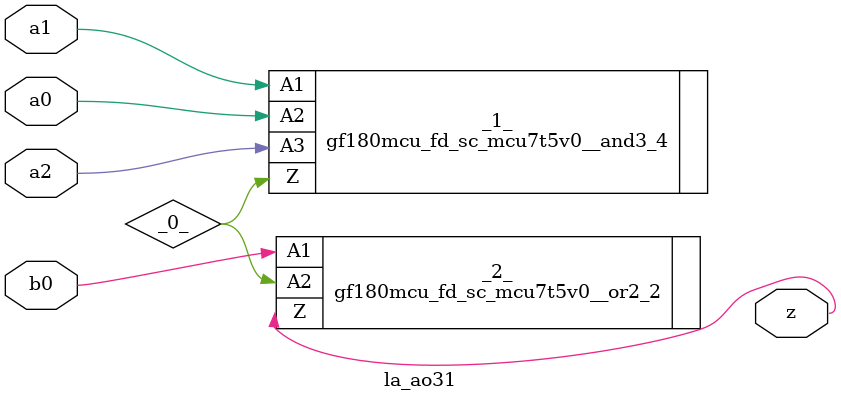
<source format=v>
/* Generated by Yosys 0.37 (git sha1 a5c7f69ed, clang 14.0.0-1ubuntu1.1 -fPIC -Os) */

module la_ao31(a0, a1, a2, b0, z);
  wire _0_;
  input a0;
  wire a0;
  input a1;
  wire a1;
  input a2;
  wire a2;
  input b0;
  wire b0;
  output z;
  wire z;
  gf180mcu_fd_sc_mcu7t5v0__and3_4 _1_ (
    .A1(a1),
    .A2(a0),
    .A3(a2),
    .Z(_0_)
  );
  gf180mcu_fd_sc_mcu7t5v0__or2_2 _2_ (
    .A1(b0),
    .A2(_0_),
    .Z(z)
  );
endmodule

</source>
